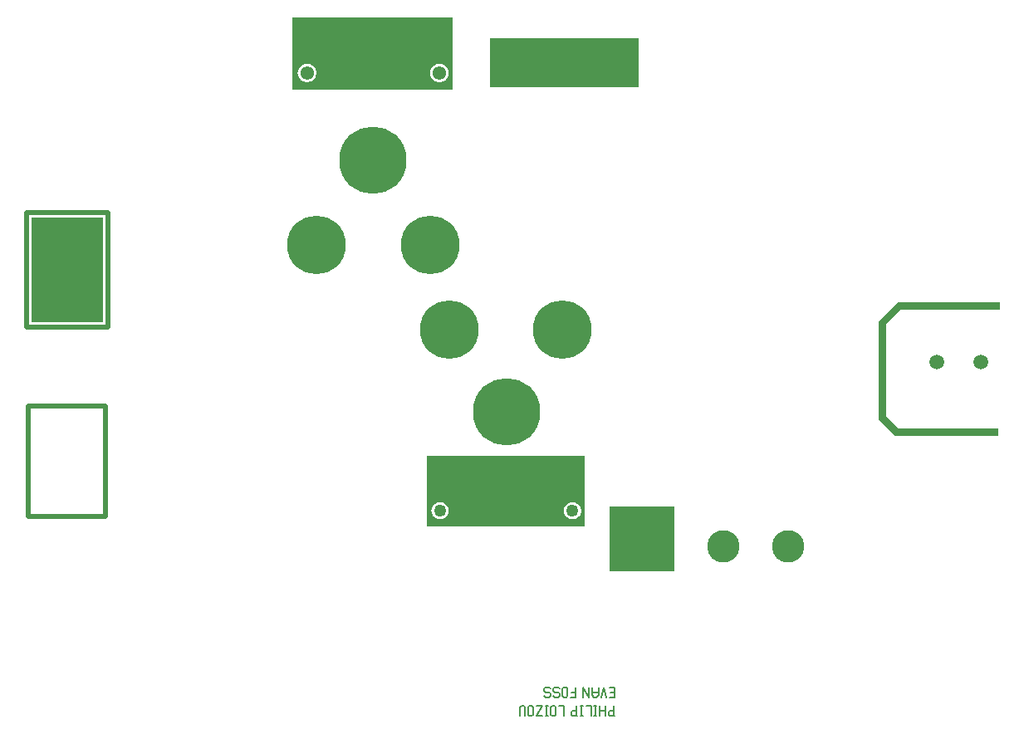
<source format=gbr>
G04 start of page 4 for group 2 idx 2 *
G04 Title: (unknown), 4Sig *
G04 Creator: pcb 20110918 *
G04 CreationDate: Wed Jan  8 22:31:43 2014 UTC *
G04 For: fosse *
G04 Format: Gerber/RS-274X *
G04 PCB-Dimensions: 550000 850000 *
G04 PCB-Coordinate-Origin: lower left *
%MOIN*%
%FSLAX25Y25*%
%LNGROUP2*%
%ADD55C,0.0433*%
%ADD54C,0.1150*%
%ADD53C,0.0945*%
%ADD52C,0.2100*%
%ADD51C,0.0354*%
%ADD50C,0.1160*%
%ADD49C,0.0591*%
%ADD48C,0.0544*%
%ADD47C,0.1300*%
%ADD46C,0.2350*%
%ADD45C,0.0494*%
%ADD44C,0.2700*%
%ADD43C,0.0060*%
%ADD42C,0.0200*%
%ADD41C,0.0001*%
G54D41*G36*
X281500Y542000D02*Y568000D01*
X307500D01*
Y542000D01*
X281500D01*
G37*
G36*
X293000Y756000D02*Y736500D01*
X233500D01*
Y756000D01*
X293000D01*
G37*
G36*
X266480Y588500D02*X271500D01*
Y560000D01*
X266480D01*
Y562962D01*
X266485Y562962D01*
X267030Y563005D01*
X267561Y563132D01*
X268066Y563341D01*
X268532Y563627D01*
X268947Y563982D01*
X269302Y564397D01*
X269588Y564863D01*
X269797Y565368D01*
X269924Y565899D01*
X269956Y566444D01*
X269924Y566989D01*
X269797Y567520D01*
X269588Y568025D01*
X269302Y568491D01*
X268947Y568906D01*
X268532Y569261D01*
X268066Y569547D01*
X267561Y569756D01*
X267030Y569883D01*
X266485Y569926D01*
X266480Y569926D01*
Y588500D01*
G37*
G36*
X213330D02*X266480D01*
Y569926D01*
X265940Y569883D01*
X265409Y569756D01*
X264904Y569547D01*
X264438Y569261D01*
X264023Y568906D01*
X263668Y568491D01*
X263382Y568025D01*
X263173Y567520D01*
X263046Y566989D01*
X263003Y566444D01*
X263046Y565899D01*
X263173Y565368D01*
X263382Y564863D01*
X263668Y564397D01*
X264023Y563982D01*
X264438Y563627D01*
X264904Y563341D01*
X265409Y563132D01*
X265940Y563005D01*
X266480Y562962D01*
Y560000D01*
X213330D01*
Y562962D01*
X213335Y562962D01*
X213880Y563005D01*
X214411Y563132D01*
X214916Y563341D01*
X215382Y563627D01*
X215797Y563982D01*
X216152Y564397D01*
X216438Y564863D01*
X216647Y565368D01*
X216774Y565899D01*
X216806Y566444D01*
X216774Y566989D01*
X216647Y567520D01*
X216438Y568025D01*
X216152Y568491D01*
X215797Y568906D01*
X215382Y569261D01*
X214916Y569547D01*
X214411Y569756D01*
X213880Y569883D01*
X213335Y569926D01*
X213330Y569926D01*
Y588500D01*
G37*
G36*
X208000Y560000D02*Y588500D01*
X213330D01*
Y569926D01*
X212790Y569883D01*
X212259Y569756D01*
X211754Y569547D01*
X211288Y569261D01*
X210873Y568906D01*
X210518Y568491D01*
X210232Y568025D01*
X210023Y567520D01*
X209896Y566989D01*
X209853Y566444D01*
X209896Y565899D01*
X210023Y565368D01*
X210232Y564863D01*
X210518Y564397D01*
X210873Y563982D01*
X211288Y563627D01*
X211754Y563341D01*
X212259Y563132D01*
X212790Y563005D01*
X213330Y562962D01*
Y560000D01*
X208000D01*
G37*
G36*
X218500Y735500D02*X213070D01*
Y738473D01*
X213076Y738473D01*
X213660Y738519D01*
X214230Y738656D01*
X214771Y738880D01*
X215270Y739186D01*
X215716Y739566D01*
X216096Y740012D01*
X216402Y740511D01*
X216626Y741052D01*
X216763Y741622D01*
X216798Y742206D01*
X216763Y742790D01*
X216626Y743360D01*
X216402Y743901D01*
X216096Y744400D01*
X215716Y744846D01*
X215270Y745226D01*
X214771Y745532D01*
X214230Y745756D01*
X213660Y745893D01*
X213076Y745939D01*
X213070Y745939D01*
Y764500D01*
X218500D01*
Y735500D01*
G37*
G36*
X213070D02*X159920D01*
Y738473D01*
X159926Y738473D01*
X160510Y738519D01*
X161080Y738656D01*
X161621Y738880D01*
X162120Y739186D01*
X162566Y739566D01*
X162946Y740012D01*
X163252Y740511D01*
X163476Y741052D01*
X163613Y741622D01*
X163648Y742206D01*
X163613Y742790D01*
X163476Y743360D01*
X163252Y743901D01*
X162946Y744400D01*
X162566Y744846D01*
X162120Y745226D01*
X161621Y745532D01*
X161080Y745756D01*
X160510Y745893D01*
X159926Y745939D01*
X159920Y745939D01*
Y764500D01*
X213070D01*
Y745939D01*
X212492Y745893D01*
X211922Y745756D01*
X211381Y745532D01*
X210882Y745226D01*
X210436Y744846D01*
X210056Y744400D01*
X209750Y743901D01*
X209526Y743360D01*
X209389Y742790D01*
X209343Y742206D01*
X209389Y741622D01*
X209526Y741052D01*
X209750Y740511D01*
X210056Y740012D01*
X210436Y739566D01*
X210882Y739186D01*
X211381Y738880D01*
X211922Y738656D01*
X212492Y738519D01*
X213070Y738473D01*
Y735500D01*
G37*
G36*
X159920D02*X154000D01*
Y764500D01*
X159920D01*
Y745939D01*
X159342Y745893D01*
X158772Y745756D01*
X158231Y745532D01*
X157732Y745226D01*
X157286Y744846D01*
X156906Y744400D01*
X156600Y743901D01*
X156376Y743360D01*
X156239Y742790D01*
X156193Y742206D01*
X156239Y741622D01*
X156376Y741052D01*
X156600Y740511D01*
X156906Y740012D01*
X157286Y739566D01*
X157732Y739186D01*
X158231Y738880D01*
X158772Y738656D01*
X159342Y738519D01*
X159920Y738473D01*
Y735500D01*
G37*
G36*
X49500Y642000D02*Y684000D01*
X78000D01*
Y642000D01*
X49500D01*
G37*
G36*
X438000Y647000D02*X398000D01*
X392500Y641500D01*
Y604500D01*
X397500Y599500D01*
X437500D01*
Y596500D01*
X396000D01*
X389500Y603000D01*
Y642500D01*
X397000Y650000D01*
X438000D01*
Y647000D01*
G37*
G54D42*X79000Y564000D02*Y608400D01*
X48000Y608500D02*X79000D01*
X48000Y564000D02*Y608500D01*
Y564000D02*X79000D01*
Y564100D02*Y608500D01*
X47500Y640000D02*X80000D01*
Y685900D01*
X79900Y686000D01*
X47500D01*
Y640000D01*
G54D43*X281500Y484100D02*X283500D01*
X275100D02*X276100D01*
X281500D02*X281000Y484600D01*
Y485600D02*Y484600D01*
Y485600D02*X281500Y486100D01*
X283000D01*
Y488100D02*Y484100D01*
X279800Y488100D02*Y484100D01*
X277300Y488100D02*Y484100D01*
Y486100D02*X279800D01*
X275600Y488100D02*Y484100D01*
X273900Y488100D02*Y484100D01*
X270200Y488100D02*Y484100D01*
X269700Y488100D02*X270700D01*
X275100D02*X276100D01*
X271900D02*X273900D01*
X269700Y484100D02*X270700D01*
X266500D02*X268500D01*
X266500D02*X266000Y484600D01*
Y485600D02*Y484600D01*
Y485600D02*X266500Y486100D01*
X268000D01*
X281300Y491600D02*X283300D01*
Y495600D02*Y491600D01*
X281300Y495600D02*X283300D01*
X281800Y493400D02*X283300D01*
X280100Y491600D02*X279100Y495600D01*
X278100Y491600D01*
X276900Y495600D02*Y492600D01*
X276200Y491600D01*
X274400Y492600D02*X275100Y491600D01*
X274400Y493600D02*X276900D01*
X274400Y495600D02*Y492600D01*
X273200Y495600D02*Y491600D01*
X270700Y495600D01*
Y491600D01*
X275100D02*X276200D01*
X265700D02*X267700D01*
X264500Y492100D02*X264000Y491600D01*
X263000D02*X264000D01*
X263000D02*X262500Y492100D01*
X267700Y495600D02*Y491600D01*
X266200Y493400D02*X267700D01*
X262500Y495100D02*Y492100D01*
Y495100D02*X263000Y495600D01*
X264000D01*
X264500Y495100D01*
Y492100D01*
X258800D02*X259300Y491600D01*
X260800D01*
X261300Y492100D01*
Y493100D02*Y492100D01*
Y493100D02*X260800Y493600D01*
X259300D02*X260800D01*
X259300D02*X258800Y494100D01*
Y495100D02*Y494100D01*
X259300Y495600D02*X260800D01*
X261300Y495100D01*
X258800D02*X259300Y495600D01*
X257600Y495100D02*X257100Y495600D01*
X255600D02*X257100D01*
X255600D02*X255100Y495100D01*
Y494100D01*
X255600Y493600D01*
X257100D01*
X257600Y493100D01*
Y492100D01*
X257100Y491600D01*
X255600D02*X257100D01*
X255600D02*X255100Y492100D01*
X268000Y488100D02*Y484100D01*
X263000Y488100D02*Y484100D01*
X259800Y487600D02*X259300Y488100D01*
X261000D02*X263000D01*
X258300D02*X259300D01*
X258300D02*X257800Y487600D01*
X255600Y488100D02*X256600D01*
X259300Y484100D02*X259800Y484600D01*
Y487600D02*Y484600D01*
X257800Y487600D02*Y484600D01*
X258300Y484100D01*
X259300D01*
X255600D02*X256600D01*
X251900D02*X254400D01*
X250200D02*X250700Y484600D01*
X249200Y484100D02*X250200D01*
X256100Y488100D02*Y484100D01*
X251900D02*X254400Y488100D01*
X251900D02*X254400D01*
X250700Y487600D02*X250200Y488100D01*
X248700Y484600D02*X249200Y484100D01*
X250700Y487600D02*Y484600D01*
X249200Y488100D02*X250200D01*
X249200D02*X248700Y487600D01*
Y484600D01*
X247500Y487600D02*Y484100D01*
X245500Y487600D02*Y484100D01*
X247500Y487600D02*X247000Y488100D01*
X246000D02*X247000D01*
X246000D02*X245500Y487600D01*
G54D44*X239910Y606240D03*
X186500Y707000D03*
G54D45*X213335Y566444D03*
G54D46*X262410Y639240D03*
X216910D03*
X209350Y673000D03*
G54D47*X327110Y552090D03*
X353110D03*
G54D45*X266485Y566444D03*
G54D48*X213076Y742206D03*
X159926D03*
G54D46*X163850Y673000D03*
G54D49*X430327Y626256D03*
X412610D03*
G54D50*G54D51*G54D52*G54D53*G54D54*G54D51*G54D52*G54D55*M02*

</source>
